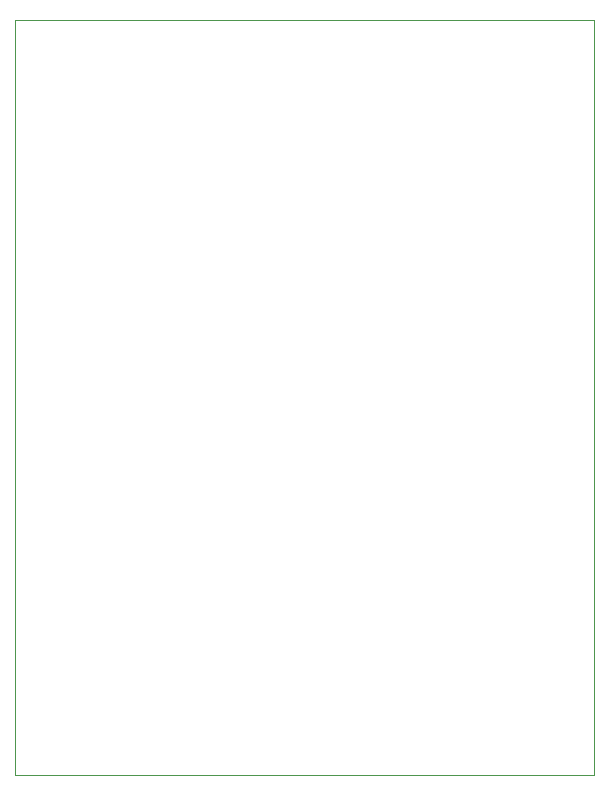
<source format=gbr>
%TF.GenerationSoftware,KiCad,Pcbnew,(6.0.4)*%
%TF.CreationDate,2022-04-30T17:38:09-07:00*%
%TF.ProjectId,SingleSevenSegments,53696e67-6c65-4536-9576-656e5365676d,rev?*%
%TF.SameCoordinates,Original*%
%TF.FileFunction,Profile,NP*%
%FSLAX46Y46*%
G04 Gerber Fmt 4.6, Leading zero omitted, Abs format (unit mm)*
G04 Created by KiCad (PCBNEW (6.0.4)) date 2022-04-30 17:38:09*
%MOMM*%
%LPD*%
G01*
G04 APERTURE LIST*
%TA.AperFunction,Profile*%
%ADD10C,0.100000*%
%TD*%
G04 APERTURE END LIST*
D10*
X117800000Y-26000000D02*
X166800000Y-26000000D01*
X166800000Y-26000000D02*
X166800000Y-90000000D01*
X166800000Y-90000000D02*
X117800000Y-90000000D01*
X117800000Y-90000000D02*
X117800000Y-26000000D01*
M02*

</source>
